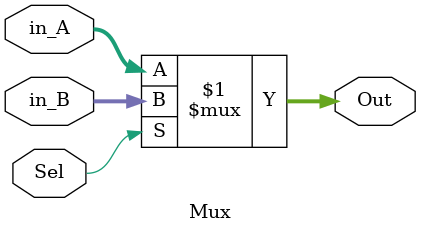
<source format=sv>
module Mux
  #(parameter INBITS=8)(in_A,
                        in_B,
                        Sel,
                        Out);
  input [INBITS-1:0] in_A;
  input [INBITS-1:0] in_B;
  input Sel;
  output [INBITS-1:0] Out;

  assign Out = Sel ? in_B:in_A;

endmodule

</source>
